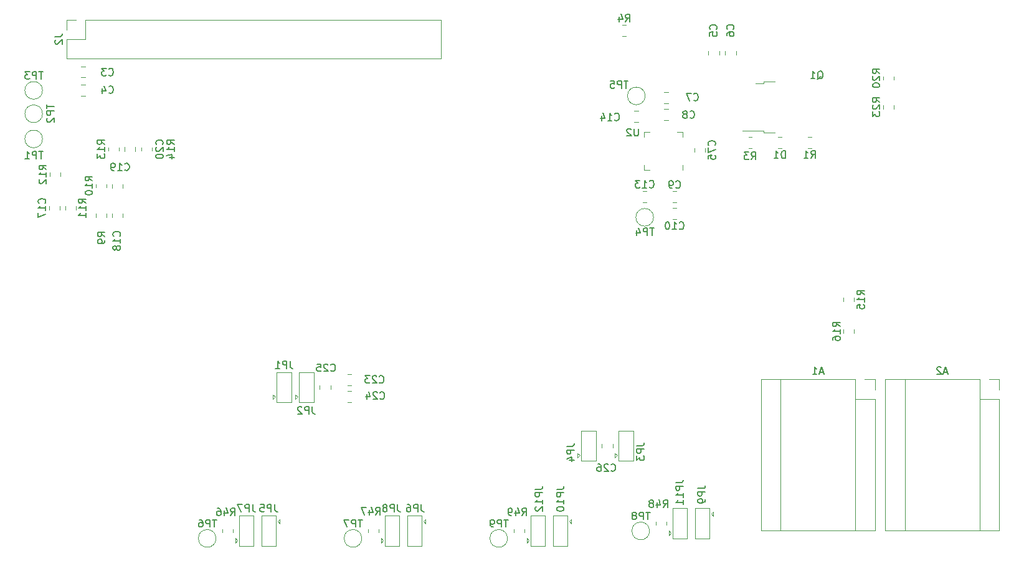
<source format=gbr>
%TF.GenerationSoftware,KiCad,Pcbnew,(6.0.7)*%
%TF.CreationDate,2022-11-14T00:19:26-05:00*%
%TF.ProjectId,MASA_Rover_1.0,4d415341-5f52-46f7-9665-725f312e302e,rev?*%
%TF.SameCoordinates,Original*%
%TF.FileFunction,Legend,Bot*%
%TF.FilePolarity,Positive*%
%FSLAX46Y46*%
G04 Gerber Fmt 4.6, Leading zero omitted, Abs format (unit mm)*
G04 Created by KiCad (PCBNEW (6.0.7)) date 2022-11-14 00:19:26*
%MOMM*%
%LPD*%
G01*
G04 APERTURE LIST*
%ADD10C,0.150000*%
%ADD11C,0.120000*%
G04 APERTURE END LIST*
D10*
%TO.C,TP7*%
X83523904Y-124424380D02*
X82952476Y-124424380D01*
X83238190Y-125424380D02*
X83238190Y-124424380D01*
X82619142Y-125424380D02*
X82619142Y-124424380D01*
X82238190Y-124424380D01*
X82142952Y-124472000D01*
X82095333Y-124519619D01*
X82047714Y-124614857D01*
X82047714Y-124757714D01*
X82095333Y-124852952D01*
X82142952Y-124900571D01*
X82238190Y-124948190D01*
X82619142Y-124948190D01*
X81714380Y-124424380D02*
X81047714Y-124424380D01*
X81476285Y-125424380D01*
%TO.C,C19*%
X51242857Y-76857142D02*
X51290476Y-76904761D01*
X51433333Y-76952380D01*
X51528571Y-76952380D01*
X51671428Y-76904761D01*
X51766666Y-76809523D01*
X51814285Y-76714285D01*
X51861904Y-76523809D01*
X51861904Y-76380952D01*
X51814285Y-76190476D01*
X51766666Y-76095238D01*
X51671428Y-76000000D01*
X51528571Y-75952380D01*
X51433333Y-75952380D01*
X51290476Y-76000000D01*
X51242857Y-76047619D01*
X50290476Y-76952380D02*
X50861904Y-76952380D01*
X50576190Y-76952380D02*
X50576190Y-75952380D01*
X50671428Y-76095238D01*
X50766666Y-76190476D01*
X50861904Y-76238095D01*
X49814285Y-76952380D02*
X49623809Y-76952380D01*
X49528571Y-76904761D01*
X49480952Y-76857142D01*
X49385714Y-76714285D01*
X49338095Y-76523809D01*
X49338095Y-76142857D01*
X49385714Y-76047619D01*
X49433333Y-76000000D01*
X49528571Y-75952380D01*
X49719047Y-75952380D01*
X49814285Y-76000000D01*
X49861904Y-76047619D01*
X49909523Y-76142857D01*
X49909523Y-76380952D01*
X49861904Y-76476190D01*
X49814285Y-76523809D01*
X49719047Y-76571428D01*
X49528571Y-76571428D01*
X49433333Y-76523809D01*
X49385714Y-76476190D01*
X49338095Y-76380952D01*
%TO.C,C18*%
X50557142Y-85857142D02*
X50604761Y-85809523D01*
X50652380Y-85666666D01*
X50652380Y-85571428D01*
X50604761Y-85428571D01*
X50509523Y-85333333D01*
X50414285Y-85285714D01*
X50223809Y-85238095D01*
X50080952Y-85238095D01*
X49890476Y-85285714D01*
X49795238Y-85333333D01*
X49700000Y-85428571D01*
X49652380Y-85571428D01*
X49652380Y-85666666D01*
X49700000Y-85809523D01*
X49747619Y-85857142D01*
X50652380Y-86809523D02*
X50652380Y-86238095D01*
X50652380Y-86523809D02*
X49652380Y-86523809D01*
X49795238Y-86428571D01*
X49890476Y-86333333D01*
X49938095Y-86238095D01*
X50080952Y-87380952D02*
X50033333Y-87285714D01*
X49985714Y-87238095D01*
X49890476Y-87190476D01*
X49842857Y-87190476D01*
X49747619Y-87238095D01*
X49700000Y-87285714D01*
X49652380Y-87380952D01*
X49652380Y-87571428D01*
X49700000Y-87666666D01*
X49747619Y-87714285D01*
X49842857Y-87761904D01*
X49890476Y-87761904D01*
X49985714Y-87714285D01*
X50033333Y-87666666D01*
X50080952Y-87571428D01*
X50080952Y-87380952D01*
X50128571Y-87285714D01*
X50176190Y-87238095D01*
X50271428Y-87190476D01*
X50461904Y-87190476D01*
X50557142Y-87238095D01*
X50604761Y-87285714D01*
X50652380Y-87380952D01*
X50652380Y-87571428D01*
X50604761Y-87666666D01*
X50557142Y-87714285D01*
X50461904Y-87761904D01*
X50271428Y-87761904D01*
X50176190Y-87714285D01*
X50128571Y-87666666D01*
X50080952Y-87571428D01*
%TO.C,TP8*%
X122639904Y-123408380D02*
X122068476Y-123408380D01*
X122354190Y-124408380D02*
X122354190Y-123408380D01*
X121735142Y-124408380D02*
X121735142Y-123408380D01*
X121354190Y-123408380D01*
X121258952Y-123456000D01*
X121211333Y-123503619D01*
X121163714Y-123598857D01*
X121163714Y-123741714D01*
X121211333Y-123836952D01*
X121258952Y-123884571D01*
X121354190Y-123932190D01*
X121735142Y-123932190D01*
X120592285Y-123836952D02*
X120687523Y-123789333D01*
X120735142Y-123741714D01*
X120782761Y-123646476D01*
X120782761Y-123598857D01*
X120735142Y-123503619D01*
X120687523Y-123456000D01*
X120592285Y-123408380D01*
X120401809Y-123408380D01*
X120306571Y-123456000D01*
X120258952Y-123503619D01*
X120211333Y-123598857D01*
X120211333Y-123646476D01*
X120258952Y-123741714D01*
X120306571Y-123789333D01*
X120401809Y-123836952D01*
X120592285Y-123836952D01*
X120687523Y-123884571D01*
X120735142Y-123932190D01*
X120782761Y-124027428D01*
X120782761Y-124217904D01*
X120735142Y-124313142D01*
X120687523Y-124360761D01*
X120592285Y-124408380D01*
X120401809Y-124408380D01*
X120306571Y-124360761D01*
X120258952Y-124313142D01*
X120211333Y-124217904D01*
X120211333Y-124027428D01*
X120258952Y-123932190D01*
X120306571Y-123884571D01*
X120401809Y-123836952D01*
%TO.C,TP5*%
X119661904Y-64752380D02*
X119090476Y-64752380D01*
X119376190Y-65752380D02*
X119376190Y-64752380D01*
X118757142Y-65752380D02*
X118757142Y-64752380D01*
X118376190Y-64752380D01*
X118280952Y-64800000D01*
X118233333Y-64847619D01*
X118185714Y-64942857D01*
X118185714Y-65085714D01*
X118233333Y-65180952D01*
X118280952Y-65228571D01*
X118376190Y-65276190D01*
X118757142Y-65276190D01*
X117280952Y-64752380D02*
X117757142Y-64752380D01*
X117804761Y-65228571D01*
X117757142Y-65180952D01*
X117661904Y-65133333D01*
X117423809Y-65133333D01*
X117328571Y-65180952D01*
X117280952Y-65228571D01*
X117233333Y-65323809D01*
X117233333Y-65561904D01*
X117280952Y-65657142D01*
X117328571Y-65704761D01*
X117423809Y-65752380D01*
X117661904Y-65752380D01*
X117757142Y-65704761D01*
X117804761Y-65657142D01*
%TO.C,R47*%
X85342857Y-123752380D02*
X85676190Y-123276190D01*
X85914285Y-123752380D02*
X85914285Y-122752380D01*
X85533333Y-122752380D01*
X85438095Y-122800000D01*
X85390476Y-122847619D01*
X85342857Y-122942857D01*
X85342857Y-123085714D01*
X85390476Y-123180952D01*
X85438095Y-123228571D01*
X85533333Y-123276190D01*
X85914285Y-123276190D01*
X84485714Y-123085714D02*
X84485714Y-123752380D01*
X84723809Y-122704761D02*
X84961904Y-123419047D01*
X84342857Y-123419047D01*
X84057142Y-122752380D02*
X83390476Y-122752380D01*
X83819047Y-123752380D01*
%TO.C,C13*%
X122562857Y-79195142D02*
X122610476Y-79242761D01*
X122753333Y-79290380D01*
X122848571Y-79290380D01*
X122991428Y-79242761D01*
X123086666Y-79147523D01*
X123134285Y-79052285D01*
X123181904Y-78861809D01*
X123181904Y-78718952D01*
X123134285Y-78528476D01*
X123086666Y-78433238D01*
X122991428Y-78338000D01*
X122848571Y-78290380D01*
X122753333Y-78290380D01*
X122610476Y-78338000D01*
X122562857Y-78385619D01*
X121610476Y-79290380D02*
X122181904Y-79290380D01*
X121896190Y-79290380D02*
X121896190Y-78290380D01*
X121991428Y-78433238D01*
X122086666Y-78528476D01*
X122181904Y-78576095D01*
X121277142Y-78290380D02*
X120658095Y-78290380D01*
X120991428Y-78671333D01*
X120848571Y-78671333D01*
X120753333Y-78718952D01*
X120705714Y-78766571D01*
X120658095Y-78861809D01*
X120658095Y-79099904D01*
X120705714Y-79195142D01*
X120753333Y-79242761D01*
X120848571Y-79290380D01*
X121134285Y-79290380D01*
X121229523Y-79242761D01*
X121277142Y-79195142D01*
%TO.C,R14*%
X57952380Y-73398142D02*
X57476190Y-73064809D01*
X57952380Y-72826714D02*
X56952380Y-72826714D01*
X56952380Y-73207666D01*
X57000000Y-73302904D01*
X57047619Y-73350523D01*
X57142857Y-73398142D01*
X57285714Y-73398142D01*
X57380952Y-73350523D01*
X57428571Y-73302904D01*
X57476190Y-73207666D01*
X57476190Y-72826714D01*
X57952380Y-74350523D02*
X57952380Y-73779095D01*
X57952380Y-74064809D02*
X56952380Y-74064809D01*
X57095238Y-73969571D01*
X57190476Y-73874333D01*
X57238095Y-73779095D01*
X57285714Y-75207666D02*
X57952380Y-75207666D01*
X56904761Y-74969571D02*
X57619047Y-74731476D01*
X57619047Y-75350523D01*
%TO.C,R46*%
X65642857Y-123852380D02*
X65976190Y-123376190D01*
X66214285Y-123852380D02*
X66214285Y-122852380D01*
X65833333Y-122852380D01*
X65738095Y-122900000D01*
X65690476Y-122947619D01*
X65642857Y-123042857D01*
X65642857Y-123185714D01*
X65690476Y-123280952D01*
X65738095Y-123328571D01*
X65833333Y-123376190D01*
X66214285Y-123376190D01*
X64785714Y-123185714D02*
X64785714Y-123852380D01*
X65023809Y-122804761D02*
X65261904Y-123519047D01*
X64642857Y-123519047D01*
X63833333Y-122852380D02*
X64023809Y-122852380D01*
X64119047Y-122900000D01*
X64166666Y-122947619D01*
X64261904Y-123090476D01*
X64309523Y-123280952D01*
X64309523Y-123661904D01*
X64261904Y-123757142D01*
X64214285Y-123804761D01*
X64119047Y-123852380D01*
X63928571Y-123852380D01*
X63833333Y-123804761D01*
X63785714Y-123757142D01*
X63738095Y-123661904D01*
X63738095Y-123423809D01*
X63785714Y-123328571D01*
X63833333Y-123280952D01*
X63928571Y-123233333D01*
X64119047Y-123233333D01*
X64214285Y-123280952D01*
X64261904Y-123328571D01*
X64309523Y-123423809D01*
%TO.C,R4*%
X119292666Y-56714380D02*
X119626000Y-56238190D01*
X119864095Y-56714380D02*
X119864095Y-55714380D01*
X119483142Y-55714380D01*
X119387904Y-55762000D01*
X119340285Y-55809619D01*
X119292666Y-55904857D01*
X119292666Y-56047714D01*
X119340285Y-56142952D01*
X119387904Y-56190571D01*
X119483142Y-56238190D01*
X119864095Y-56238190D01*
X118435523Y-56047714D02*
X118435523Y-56714380D01*
X118673619Y-55666761D02*
X118911714Y-56381047D01*
X118292666Y-56381047D01*
%TO.C,C25*%
X79242857Y-104157142D02*
X79290476Y-104204761D01*
X79433333Y-104252380D01*
X79528571Y-104252380D01*
X79671428Y-104204761D01*
X79766666Y-104109523D01*
X79814285Y-104014285D01*
X79861904Y-103823809D01*
X79861904Y-103680952D01*
X79814285Y-103490476D01*
X79766666Y-103395238D01*
X79671428Y-103300000D01*
X79528571Y-103252380D01*
X79433333Y-103252380D01*
X79290476Y-103300000D01*
X79242857Y-103347619D01*
X78861904Y-103347619D02*
X78814285Y-103300000D01*
X78719047Y-103252380D01*
X78480952Y-103252380D01*
X78385714Y-103300000D01*
X78338095Y-103347619D01*
X78290476Y-103442857D01*
X78290476Y-103538095D01*
X78338095Y-103680952D01*
X78909523Y-104252380D01*
X78290476Y-104252380D01*
X77385714Y-103252380D02*
X77861904Y-103252380D01*
X77909523Y-103728571D01*
X77861904Y-103680952D01*
X77766666Y-103633333D01*
X77528571Y-103633333D01*
X77433333Y-103680952D01*
X77385714Y-103728571D01*
X77338095Y-103823809D01*
X77338095Y-104061904D01*
X77385714Y-104157142D01*
X77433333Y-104204761D01*
X77528571Y-104252380D01*
X77766666Y-104252380D01*
X77861904Y-104204761D01*
X77909523Y-104157142D01*
%TO.C,R23*%
X153869380Y-67667142D02*
X153393190Y-67333809D01*
X153869380Y-67095714D02*
X152869380Y-67095714D01*
X152869380Y-67476666D01*
X152917000Y-67571904D01*
X152964619Y-67619523D01*
X153059857Y-67667142D01*
X153202714Y-67667142D01*
X153297952Y-67619523D01*
X153345571Y-67571904D01*
X153393190Y-67476666D01*
X153393190Y-67095714D01*
X152964619Y-68048095D02*
X152917000Y-68095714D01*
X152869380Y-68190952D01*
X152869380Y-68429047D01*
X152917000Y-68524285D01*
X152964619Y-68571904D01*
X153059857Y-68619523D01*
X153155095Y-68619523D01*
X153297952Y-68571904D01*
X153869380Y-68000476D01*
X153869380Y-68619523D01*
X152869380Y-68952857D02*
X152869380Y-69571904D01*
X153250333Y-69238571D01*
X153250333Y-69381428D01*
X153297952Y-69476666D01*
X153345571Y-69524285D01*
X153440809Y-69571904D01*
X153678904Y-69571904D01*
X153774142Y-69524285D01*
X153821761Y-69476666D01*
X153869380Y-69381428D01*
X153869380Y-69095714D01*
X153821761Y-69000476D01*
X153774142Y-68952857D01*
%TO.C,JP6*%
X91533333Y-122352380D02*
X91533333Y-123066666D01*
X91580952Y-123209523D01*
X91676190Y-123304761D01*
X91819047Y-123352380D01*
X91914285Y-123352380D01*
X91057142Y-123352380D02*
X91057142Y-122352380D01*
X90676190Y-122352380D01*
X90580952Y-122400000D01*
X90533333Y-122447619D01*
X90485714Y-122542857D01*
X90485714Y-122685714D01*
X90533333Y-122780952D01*
X90580952Y-122828571D01*
X90676190Y-122876190D01*
X91057142Y-122876190D01*
X89628571Y-122352380D02*
X89819047Y-122352380D01*
X89914285Y-122400000D01*
X89961904Y-122447619D01*
X90057142Y-122590476D01*
X90104761Y-122780952D01*
X90104761Y-123161904D01*
X90057142Y-123257142D01*
X90009523Y-123304761D01*
X89914285Y-123352380D01*
X89723809Y-123352380D01*
X89628571Y-123304761D01*
X89580952Y-123257142D01*
X89533333Y-123161904D01*
X89533333Y-122923809D01*
X89580952Y-122828571D01*
X89628571Y-122780952D01*
X89723809Y-122733333D01*
X89914285Y-122733333D01*
X90009523Y-122780952D01*
X90057142Y-122828571D01*
X90104761Y-122923809D01*
%TO.C,JP2*%
X76733333Y-109052380D02*
X76733333Y-109766666D01*
X76780952Y-109909523D01*
X76876190Y-110004761D01*
X77019047Y-110052380D01*
X77114285Y-110052380D01*
X76257142Y-110052380D02*
X76257142Y-109052380D01*
X75876190Y-109052380D01*
X75780952Y-109100000D01*
X75733333Y-109147619D01*
X75685714Y-109242857D01*
X75685714Y-109385714D01*
X75733333Y-109480952D01*
X75780952Y-109528571D01*
X75876190Y-109576190D01*
X76257142Y-109576190D01*
X75304761Y-109147619D02*
X75257142Y-109100000D01*
X75161904Y-109052380D01*
X74923809Y-109052380D01*
X74828571Y-109100000D01*
X74780952Y-109147619D01*
X74733333Y-109242857D01*
X74733333Y-109338095D01*
X74780952Y-109480952D01*
X75352380Y-110052380D01*
X74733333Y-110052380D01*
%TO.C,R9*%
X48552380Y-85933333D02*
X48076190Y-85600000D01*
X48552380Y-85361904D02*
X47552380Y-85361904D01*
X47552380Y-85742857D01*
X47600000Y-85838095D01*
X47647619Y-85885714D01*
X47742857Y-85933333D01*
X47885714Y-85933333D01*
X47980952Y-85885714D01*
X48028571Y-85838095D01*
X48076190Y-85742857D01*
X48076190Y-85361904D01*
X48552380Y-86409523D02*
X48552380Y-86600000D01*
X48504761Y-86695238D01*
X48457142Y-86742857D01*
X48314285Y-86838095D01*
X48123809Y-86885714D01*
X47742857Y-86885714D01*
X47647619Y-86838095D01*
X47600000Y-86790476D01*
X47552380Y-86695238D01*
X47552380Y-86504761D01*
X47600000Y-86409523D01*
X47647619Y-86361904D01*
X47742857Y-86314285D01*
X47980952Y-86314285D01*
X48076190Y-86361904D01*
X48123809Y-86409523D01*
X48171428Y-86504761D01*
X48171428Y-86695238D01*
X48123809Y-86790476D01*
X48076190Y-86838095D01*
X47980952Y-86885714D01*
%TO.C,R49*%
X105242857Y-123852380D02*
X105576190Y-123376190D01*
X105814285Y-123852380D02*
X105814285Y-122852380D01*
X105433333Y-122852380D01*
X105338095Y-122900000D01*
X105290476Y-122947619D01*
X105242857Y-123042857D01*
X105242857Y-123185714D01*
X105290476Y-123280952D01*
X105338095Y-123328571D01*
X105433333Y-123376190D01*
X105814285Y-123376190D01*
X104385714Y-123185714D02*
X104385714Y-123852380D01*
X104623809Y-122804761D02*
X104861904Y-123519047D01*
X104242857Y-123519047D01*
X103814285Y-123852380D02*
X103623809Y-123852380D01*
X103528571Y-123804761D01*
X103480952Y-123757142D01*
X103385714Y-123614285D01*
X103338095Y-123423809D01*
X103338095Y-123042857D01*
X103385714Y-122947619D01*
X103433333Y-122900000D01*
X103528571Y-122852380D01*
X103719047Y-122852380D01*
X103814285Y-122900000D01*
X103861904Y-122947619D01*
X103909523Y-123042857D01*
X103909523Y-123280952D01*
X103861904Y-123376190D01*
X103814285Y-123423809D01*
X103719047Y-123471428D01*
X103528571Y-123471428D01*
X103433333Y-123423809D01*
X103385714Y-123376190D01*
X103338095Y-123280952D01*
%TO.C,TP4*%
X123181904Y-84762380D02*
X122610476Y-84762380D01*
X122896190Y-85762380D02*
X122896190Y-84762380D01*
X122277142Y-85762380D02*
X122277142Y-84762380D01*
X121896190Y-84762380D01*
X121800952Y-84810000D01*
X121753333Y-84857619D01*
X121705714Y-84952857D01*
X121705714Y-85095714D01*
X121753333Y-85190952D01*
X121800952Y-85238571D01*
X121896190Y-85286190D01*
X122277142Y-85286190D01*
X120848571Y-85095714D02*
X120848571Y-85762380D01*
X121086666Y-84714761D02*
X121324761Y-85429047D01*
X120705714Y-85429047D01*
%TO.C,R13*%
X48522880Y-73398142D02*
X48046690Y-73064809D01*
X48522880Y-72826714D02*
X47522880Y-72826714D01*
X47522880Y-73207666D01*
X47570500Y-73302904D01*
X47618119Y-73350523D01*
X47713357Y-73398142D01*
X47856214Y-73398142D01*
X47951452Y-73350523D01*
X47999071Y-73302904D01*
X48046690Y-73207666D01*
X48046690Y-72826714D01*
X48522880Y-74350523D02*
X48522880Y-73779095D01*
X48522880Y-74064809D02*
X47522880Y-74064809D01*
X47665738Y-73969571D01*
X47760976Y-73874333D01*
X47808595Y-73779095D01*
X47522880Y-74683857D02*
X47522880Y-75302904D01*
X47903833Y-74969571D01*
X47903833Y-75112428D01*
X47951452Y-75207666D01*
X47999071Y-75255285D01*
X48094309Y-75302904D01*
X48332404Y-75302904D01*
X48427642Y-75255285D01*
X48475261Y-75207666D01*
X48522880Y-75112428D01*
X48522880Y-74826714D01*
X48475261Y-74731476D01*
X48427642Y-74683857D01*
%TO.C,C14*%
X117842857Y-70057142D02*
X117890476Y-70104761D01*
X118033333Y-70152380D01*
X118128571Y-70152380D01*
X118271428Y-70104761D01*
X118366666Y-70009523D01*
X118414285Y-69914285D01*
X118461904Y-69723809D01*
X118461904Y-69580952D01*
X118414285Y-69390476D01*
X118366666Y-69295238D01*
X118271428Y-69200000D01*
X118128571Y-69152380D01*
X118033333Y-69152380D01*
X117890476Y-69200000D01*
X117842857Y-69247619D01*
X116890476Y-70152380D02*
X117461904Y-70152380D01*
X117176190Y-70152380D02*
X117176190Y-69152380D01*
X117271428Y-69295238D01*
X117366666Y-69390476D01*
X117461904Y-69438095D01*
X116033333Y-69485714D02*
X116033333Y-70152380D01*
X116271428Y-69104761D02*
X116509523Y-69819047D01*
X115890476Y-69819047D01*
%TO.C,JP4*%
X111352380Y-114466666D02*
X112066666Y-114466666D01*
X112209523Y-114419047D01*
X112304761Y-114323809D01*
X112352380Y-114180952D01*
X112352380Y-114085714D01*
X112352380Y-114942857D02*
X111352380Y-114942857D01*
X111352380Y-115323809D01*
X111400000Y-115419047D01*
X111447619Y-115466666D01*
X111542857Y-115514285D01*
X111685714Y-115514285D01*
X111780952Y-115466666D01*
X111828571Y-115419047D01*
X111876190Y-115323809D01*
X111876190Y-114942857D01*
X111685714Y-116371428D02*
X112352380Y-116371428D01*
X111304761Y-116133333D02*
X112019047Y-115895238D01*
X112019047Y-116514285D01*
%TO.C,R15*%
X151771880Y-93845142D02*
X151295690Y-93511809D01*
X151771880Y-93273714D02*
X150771880Y-93273714D01*
X150771880Y-93654666D01*
X150819500Y-93749904D01*
X150867119Y-93797523D01*
X150962357Y-93845142D01*
X151105214Y-93845142D01*
X151200452Y-93797523D01*
X151248071Y-93749904D01*
X151295690Y-93654666D01*
X151295690Y-93273714D01*
X151771880Y-94797523D02*
X151771880Y-94226095D01*
X151771880Y-94511809D02*
X150771880Y-94511809D01*
X150914738Y-94416571D01*
X151009976Y-94321333D01*
X151057595Y-94226095D01*
X150771880Y-95702285D02*
X150771880Y-95226095D01*
X151248071Y-95178476D01*
X151200452Y-95226095D01*
X151152833Y-95321333D01*
X151152833Y-95559428D01*
X151200452Y-95654666D01*
X151248071Y-95702285D01*
X151343309Y-95749904D01*
X151581404Y-95749904D01*
X151676642Y-95702285D01*
X151724261Y-95654666D01*
X151771880Y-95559428D01*
X151771880Y-95321333D01*
X151724261Y-95226095D01*
X151676642Y-95178476D01*
%TO.C,C7*%
X128566666Y-67357142D02*
X128614285Y-67404761D01*
X128757142Y-67452380D01*
X128852380Y-67452380D01*
X128995238Y-67404761D01*
X129090476Y-67309523D01*
X129138095Y-67214285D01*
X129185714Y-67023809D01*
X129185714Y-66880952D01*
X129138095Y-66690476D01*
X129090476Y-66595238D01*
X128995238Y-66500000D01*
X128852380Y-66452380D01*
X128757142Y-66452380D01*
X128614285Y-66500000D01*
X128566666Y-66547619D01*
X128233333Y-66452380D02*
X127566666Y-66452380D01*
X127995238Y-67452380D01*
%TO.C,JP10*%
X109952380Y-120290476D02*
X110666666Y-120290476D01*
X110809523Y-120242857D01*
X110904761Y-120147619D01*
X110952380Y-120004761D01*
X110952380Y-119909523D01*
X110952380Y-120766666D02*
X109952380Y-120766666D01*
X109952380Y-121147619D01*
X110000000Y-121242857D01*
X110047619Y-121290476D01*
X110142857Y-121338095D01*
X110285714Y-121338095D01*
X110380952Y-121290476D01*
X110428571Y-121242857D01*
X110476190Y-121147619D01*
X110476190Y-120766666D01*
X110952380Y-122290476D02*
X110952380Y-121719047D01*
X110952380Y-122004761D02*
X109952380Y-122004761D01*
X110095238Y-121909523D01*
X110190476Y-121814285D01*
X110238095Y-121719047D01*
X109952380Y-122909523D02*
X109952380Y-123004761D01*
X110000000Y-123100000D01*
X110047619Y-123147619D01*
X110142857Y-123195238D01*
X110333333Y-123242857D01*
X110571428Y-123242857D01*
X110761904Y-123195238D01*
X110857142Y-123147619D01*
X110904761Y-123100000D01*
X110952380Y-123004761D01*
X110952380Y-122909523D01*
X110904761Y-122814285D01*
X110857142Y-122766666D01*
X110761904Y-122719047D01*
X110571428Y-122671428D01*
X110333333Y-122671428D01*
X110142857Y-122719047D01*
X110047619Y-122766666D01*
X110000000Y-122814285D01*
X109952380Y-122909523D01*
%TO.C,J2*%
X41757380Y-58748166D02*
X42471666Y-58748166D01*
X42614523Y-58700547D01*
X42709761Y-58605309D01*
X42757380Y-58462452D01*
X42757380Y-58367214D01*
X41852619Y-59176738D02*
X41805000Y-59224357D01*
X41757380Y-59319595D01*
X41757380Y-59557690D01*
X41805000Y-59652928D01*
X41852619Y-59700547D01*
X41947857Y-59748166D01*
X42043095Y-59748166D01*
X42185952Y-59700547D01*
X42757380Y-59129119D01*
X42757380Y-59748166D01*
%TO.C,C23*%
X85842857Y-105757142D02*
X85890476Y-105804761D01*
X86033333Y-105852380D01*
X86128571Y-105852380D01*
X86271428Y-105804761D01*
X86366666Y-105709523D01*
X86414285Y-105614285D01*
X86461904Y-105423809D01*
X86461904Y-105280952D01*
X86414285Y-105090476D01*
X86366666Y-104995238D01*
X86271428Y-104900000D01*
X86128571Y-104852380D01*
X86033333Y-104852380D01*
X85890476Y-104900000D01*
X85842857Y-104947619D01*
X85461904Y-104947619D02*
X85414285Y-104900000D01*
X85319047Y-104852380D01*
X85080952Y-104852380D01*
X84985714Y-104900000D01*
X84938095Y-104947619D01*
X84890476Y-105042857D01*
X84890476Y-105138095D01*
X84938095Y-105280952D01*
X85509523Y-105852380D01*
X84890476Y-105852380D01*
X84557142Y-104852380D02*
X83938095Y-104852380D01*
X84271428Y-105233333D01*
X84128571Y-105233333D01*
X84033333Y-105280952D01*
X83985714Y-105328571D01*
X83938095Y-105423809D01*
X83938095Y-105661904D01*
X83985714Y-105757142D01*
X84033333Y-105804761D01*
X84128571Y-105852380D01*
X84414285Y-105852380D01*
X84509523Y-105804761D01*
X84557142Y-105757142D01*
%TO.C,U2*%
X121061904Y-71252380D02*
X121061904Y-72061904D01*
X121014285Y-72157142D01*
X120966666Y-72204761D01*
X120871428Y-72252380D01*
X120680952Y-72252380D01*
X120585714Y-72204761D01*
X120538095Y-72157142D01*
X120490476Y-72061904D01*
X120490476Y-71252380D01*
X120061904Y-71347619D02*
X120014285Y-71300000D01*
X119919047Y-71252380D01*
X119680952Y-71252380D01*
X119585714Y-71300000D01*
X119538095Y-71347619D01*
X119490476Y-71442857D01*
X119490476Y-71538095D01*
X119538095Y-71680952D01*
X120109523Y-72252380D01*
X119490476Y-72252380D01*
%TO.C,TP2*%
X40652380Y-67962595D02*
X40652380Y-68534023D01*
X41652380Y-68248309D02*
X40652380Y-68248309D01*
X41652380Y-68867357D02*
X40652380Y-68867357D01*
X40652380Y-69248309D01*
X40700000Y-69343547D01*
X40747619Y-69391166D01*
X40842857Y-69438785D01*
X40985714Y-69438785D01*
X41080952Y-69391166D01*
X41128571Y-69343547D01*
X41176190Y-69248309D01*
X41176190Y-68867357D01*
X40747619Y-69819738D02*
X40700000Y-69867357D01*
X40652380Y-69962595D01*
X40652380Y-70200690D01*
X40700000Y-70295928D01*
X40747619Y-70343547D01*
X40842857Y-70391166D01*
X40938095Y-70391166D01*
X41080952Y-70343547D01*
X41652380Y-69772119D01*
X41652380Y-70391166D01*
%TO.C,JP5*%
X71633333Y-122352380D02*
X71633333Y-123066666D01*
X71680952Y-123209523D01*
X71776190Y-123304761D01*
X71919047Y-123352380D01*
X72014285Y-123352380D01*
X71157142Y-123352380D02*
X71157142Y-122352380D01*
X70776190Y-122352380D01*
X70680952Y-122400000D01*
X70633333Y-122447619D01*
X70585714Y-122542857D01*
X70585714Y-122685714D01*
X70633333Y-122780952D01*
X70680952Y-122828571D01*
X70776190Y-122876190D01*
X71157142Y-122876190D01*
X69680952Y-122352380D02*
X70157142Y-122352380D01*
X70204761Y-122828571D01*
X70157142Y-122780952D01*
X70061904Y-122733333D01*
X69823809Y-122733333D01*
X69728571Y-122780952D01*
X69680952Y-122828571D01*
X69633333Y-122923809D01*
X69633333Y-123161904D01*
X69680952Y-123257142D01*
X69728571Y-123304761D01*
X69823809Y-123352380D01*
X70061904Y-123352380D01*
X70157142Y-123304761D01*
X70204761Y-123257142D01*
%TO.C,TP9*%
X103335904Y-124424380D02*
X102764476Y-124424380D01*
X103050190Y-125424380D02*
X103050190Y-124424380D01*
X102431142Y-125424380D02*
X102431142Y-124424380D01*
X102050190Y-124424380D01*
X101954952Y-124472000D01*
X101907333Y-124519619D01*
X101859714Y-124614857D01*
X101859714Y-124757714D01*
X101907333Y-124852952D01*
X101954952Y-124900571D01*
X102050190Y-124948190D01*
X102431142Y-124948190D01*
X101383523Y-125424380D02*
X101193047Y-125424380D01*
X101097809Y-125376761D01*
X101050190Y-125329142D01*
X100954952Y-125186285D01*
X100907333Y-124995809D01*
X100907333Y-124614857D01*
X100954952Y-124519619D01*
X101002571Y-124472000D01*
X101097809Y-124424380D01*
X101288285Y-124424380D01*
X101383523Y-124472000D01*
X101431142Y-124519619D01*
X101478761Y-124614857D01*
X101478761Y-124852952D01*
X101431142Y-124948190D01*
X101383523Y-124995809D01*
X101288285Y-125043428D01*
X101097809Y-125043428D01*
X101002571Y-124995809D01*
X100954952Y-124948190D01*
X100907333Y-124852952D01*
%TO.C,C26*%
X117342857Y-117757142D02*
X117390476Y-117804761D01*
X117533333Y-117852380D01*
X117628571Y-117852380D01*
X117771428Y-117804761D01*
X117866666Y-117709523D01*
X117914285Y-117614285D01*
X117961904Y-117423809D01*
X117961904Y-117280952D01*
X117914285Y-117090476D01*
X117866666Y-116995238D01*
X117771428Y-116900000D01*
X117628571Y-116852380D01*
X117533333Y-116852380D01*
X117390476Y-116900000D01*
X117342857Y-116947619D01*
X116961904Y-116947619D02*
X116914285Y-116900000D01*
X116819047Y-116852380D01*
X116580952Y-116852380D01*
X116485714Y-116900000D01*
X116438095Y-116947619D01*
X116390476Y-117042857D01*
X116390476Y-117138095D01*
X116438095Y-117280952D01*
X117009523Y-117852380D01*
X116390476Y-117852380D01*
X115533333Y-116852380D02*
X115723809Y-116852380D01*
X115819047Y-116900000D01*
X115866666Y-116947619D01*
X115961904Y-117090476D01*
X116009523Y-117280952D01*
X116009523Y-117661904D01*
X115961904Y-117757142D01*
X115914285Y-117804761D01*
X115819047Y-117852380D01*
X115628571Y-117852380D01*
X115533333Y-117804761D01*
X115485714Y-117757142D01*
X115438095Y-117661904D01*
X115438095Y-117423809D01*
X115485714Y-117328571D01*
X115533333Y-117280952D01*
X115628571Y-117233333D01*
X115819047Y-117233333D01*
X115914285Y-117280952D01*
X115961904Y-117328571D01*
X116009523Y-117423809D01*
%TO.C,JP7*%
X68633333Y-122352380D02*
X68633333Y-123066666D01*
X68680952Y-123209523D01*
X68776190Y-123304761D01*
X68919047Y-123352380D01*
X69014285Y-123352380D01*
X68157142Y-123352380D02*
X68157142Y-122352380D01*
X67776190Y-122352380D01*
X67680952Y-122400000D01*
X67633333Y-122447619D01*
X67585714Y-122542857D01*
X67585714Y-122685714D01*
X67633333Y-122780952D01*
X67680952Y-122828571D01*
X67776190Y-122876190D01*
X68157142Y-122876190D01*
X67252380Y-122352380D02*
X66585714Y-122352380D01*
X67014285Y-123352380D01*
%TO.C,TP1*%
X40123904Y-74352380D02*
X39552476Y-74352380D01*
X39838190Y-75352380D02*
X39838190Y-74352380D01*
X39219142Y-75352380D02*
X39219142Y-74352380D01*
X38838190Y-74352380D01*
X38742952Y-74400000D01*
X38695333Y-74447619D01*
X38647714Y-74542857D01*
X38647714Y-74685714D01*
X38695333Y-74780952D01*
X38742952Y-74828571D01*
X38838190Y-74876190D01*
X39219142Y-74876190D01*
X37695333Y-75352380D02*
X38266761Y-75352380D01*
X37981047Y-75352380D02*
X37981047Y-74352380D01*
X38076285Y-74495238D01*
X38171523Y-74590476D01*
X38266761Y-74638095D01*
%TO.C,R20*%
X153869380Y-63730142D02*
X153393190Y-63396809D01*
X153869380Y-63158714D02*
X152869380Y-63158714D01*
X152869380Y-63539666D01*
X152917000Y-63634904D01*
X152964619Y-63682523D01*
X153059857Y-63730142D01*
X153202714Y-63730142D01*
X153297952Y-63682523D01*
X153345571Y-63634904D01*
X153393190Y-63539666D01*
X153393190Y-63158714D01*
X152964619Y-64111095D02*
X152917000Y-64158714D01*
X152869380Y-64253952D01*
X152869380Y-64492047D01*
X152917000Y-64587285D01*
X152964619Y-64634904D01*
X153059857Y-64682523D01*
X153155095Y-64682523D01*
X153297952Y-64634904D01*
X153869380Y-64063476D01*
X153869380Y-64682523D01*
X152869380Y-65301571D02*
X152869380Y-65396809D01*
X152917000Y-65492047D01*
X152964619Y-65539666D01*
X153059857Y-65587285D01*
X153250333Y-65634904D01*
X153488428Y-65634904D01*
X153678904Y-65587285D01*
X153774142Y-65539666D01*
X153821761Y-65492047D01*
X153869380Y-65396809D01*
X153869380Y-65301571D01*
X153821761Y-65206333D01*
X153774142Y-65158714D01*
X153678904Y-65111095D01*
X153488428Y-65063476D01*
X153250333Y-65063476D01*
X153059857Y-65111095D01*
X152964619Y-65158714D01*
X152917000Y-65206333D01*
X152869380Y-65301571D01*
%TO.C,C5*%
X131657142Y-57733333D02*
X131704761Y-57685714D01*
X131752380Y-57542857D01*
X131752380Y-57447619D01*
X131704761Y-57304761D01*
X131609523Y-57209523D01*
X131514285Y-57161904D01*
X131323809Y-57114285D01*
X131180952Y-57114285D01*
X130990476Y-57161904D01*
X130895238Y-57209523D01*
X130800000Y-57304761D01*
X130752380Y-57447619D01*
X130752380Y-57542857D01*
X130800000Y-57685714D01*
X130847619Y-57733333D01*
X130752380Y-58638095D02*
X130752380Y-58161904D01*
X131228571Y-58114285D01*
X131180952Y-58161904D01*
X131133333Y-58257142D01*
X131133333Y-58495238D01*
X131180952Y-58590476D01*
X131228571Y-58638095D01*
X131323809Y-58685714D01*
X131561904Y-58685714D01*
X131657142Y-58638095D01*
X131704761Y-58590476D01*
X131752380Y-58495238D01*
X131752380Y-58257142D01*
X131704761Y-58161904D01*
X131657142Y-58114285D01*
%TO.C,R12*%
X40585380Y-76827142D02*
X40109190Y-76493809D01*
X40585380Y-76255714D02*
X39585380Y-76255714D01*
X39585380Y-76636666D01*
X39633000Y-76731904D01*
X39680619Y-76779523D01*
X39775857Y-76827142D01*
X39918714Y-76827142D01*
X40013952Y-76779523D01*
X40061571Y-76731904D01*
X40109190Y-76636666D01*
X40109190Y-76255714D01*
X40585380Y-77779523D02*
X40585380Y-77208095D01*
X40585380Y-77493809D02*
X39585380Y-77493809D01*
X39728238Y-77398571D01*
X39823476Y-77303333D01*
X39871095Y-77208095D01*
X39680619Y-78160476D02*
X39633000Y-78208095D01*
X39585380Y-78303333D01*
X39585380Y-78541428D01*
X39633000Y-78636666D01*
X39680619Y-78684285D01*
X39775857Y-78731904D01*
X39871095Y-78731904D01*
X40013952Y-78684285D01*
X40585380Y-78112857D01*
X40585380Y-78731904D01*
%TO.C,C9*%
X126150666Y-79257142D02*
X126198285Y-79304761D01*
X126341142Y-79352380D01*
X126436380Y-79352380D01*
X126579238Y-79304761D01*
X126674476Y-79209523D01*
X126722095Y-79114285D01*
X126769714Y-78923809D01*
X126769714Y-78780952D01*
X126722095Y-78590476D01*
X126674476Y-78495238D01*
X126579238Y-78400000D01*
X126436380Y-78352380D01*
X126341142Y-78352380D01*
X126198285Y-78400000D01*
X126150666Y-78447619D01*
X125674476Y-79352380D02*
X125484000Y-79352380D01*
X125388761Y-79304761D01*
X125341142Y-79257142D01*
X125245904Y-79114285D01*
X125198285Y-78923809D01*
X125198285Y-78542857D01*
X125245904Y-78447619D01*
X125293523Y-78400000D01*
X125388761Y-78352380D01*
X125579238Y-78352380D01*
X125674476Y-78400000D01*
X125722095Y-78447619D01*
X125769714Y-78542857D01*
X125769714Y-78780952D01*
X125722095Y-78876190D01*
X125674476Y-78923809D01*
X125579238Y-78971428D01*
X125388761Y-78971428D01*
X125293523Y-78923809D01*
X125245904Y-78876190D01*
X125198285Y-78780952D01*
%TO.C,C4*%
X49066666Y-66357142D02*
X49114285Y-66404761D01*
X49257142Y-66452380D01*
X49352380Y-66452380D01*
X49495238Y-66404761D01*
X49590476Y-66309523D01*
X49638095Y-66214285D01*
X49685714Y-66023809D01*
X49685714Y-65880952D01*
X49638095Y-65690476D01*
X49590476Y-65595238D01*
X49495238Y-65500000D01*
X49352380Y-65452380D01*
X49257142Y-65452380D01*
X49114285Y-65500000D01*
X49066666Y-65547619D01*
X48209523Y-65785714D02*
X48209523Y-66452380D01*
X48447619Y-65404761D02*
X48685714Y-66119047D01*
X48066666Y-66119047D01*
%TO.C,C20*%
X56357142Y-73398142D02*
X56404761Y-73350523D01*
X56452380Y-73207666D01*
X56452380Y-73112428D01*
X56404761Y-72969571D01*
X56309523Y-72874333D01*
X56214285Y-72826714D01*
X56023809Y-72779095D01*
X55880952Y-72779095D01*
X55690476Y-72826714D01*
X55595238Y-72874333D01*
X55500000Y-72969571D01*
X55452380Y-73112428D01*
X55452380Y-73207666D01*
X55500000Y-73350523D01*
X55547619Y-73398142D01*
X55547619Y-73779095D02*
X55500000Y-73826714D01*
X55452380Y-73921952D01*
X55452380Y-74160047D01*
X55500000Y-74255285D01*
X55547619Y-74302904D01*
X55642857Y-74350523D01*
X55738095Y-74350523D01*
X55880952Y-74302904D01*
X56452380Y-73731476D01*
X56452380Y-74350523D01*
X55452380Y-74969571D02*
X55452380Y-75064809D01*
X55500000Y-75160047D01*
X55547619Y-75207666D01*
X55642857Y-75255285D01*
X55833333Y-75302904D01*
X56071428Y-75302904D01*
X56261904Y-75255285D01*
X56357142Y-75207666D01*
X56404761Y-75160047D01*
X56452380Y-75064809D01*
X56452380Y-74969571D01*
X56404761Y-74874333D01*
X56357142Y-74826714D01*
X56261904Y-74779095D01*
X56071428Y-74731476D01*
X55833333Y-74731476D01*
X55642857Y-74779095D01*
X55547619Y-74826714D01*
X55500000Y-74874333D01*
X55452380Y-74969571D01*
%TO.C,A1*%
X146182785Y-104370166D02*
X145706595Y-104370166D01*
X146278023Y-104655880D02*
X145944690Y-103655880D01*
X145611357Y-104655880D01*
X144754214Y-104655880D02*
X145325642Y-104655880D01*
X145039928Y-104655880D02*
X145039928Y-103655880D01*
X145135166Y-103798738D01*
X145230404Y-103893976D01*
X145325642Y-103941595D01*
%TO.C,R48*%
X124442857Y-122752380D02*
X124776190Y-122276190D01*
X125014285Y-122752380D02*
X125014285Y-121752380D01*
X124633333Y-121752380D01*
X124538095Y-121800000D01*
X124490476Y-121847619D01*
X124442857Y-121942857D01*
X124442857Y-122085714D01*
X124490476Y-122180952D01*
X124538095Y-122228571D01*
X124633333Y-122276190D01*
X125014285Y-122276190D01*
X123585714Y-122085714D02*
X123585714Y-122752380D01*
X123823809Y-121704761D02*
X124061904Y-122419047D01*
X123442857Y-122419047D01*
X122919047Y-122180952D02*
X123014285Y-122133333D01*
X123061904Y-122085714D01*
X123109523Y-121990476D01*
X123109523Y-121942857D01*
X123061904Y-121847619D01*
X123014285Y-121800000D01*
X122919047Y-121752380D01*
X122728571Y-121752380D01*
X122633333Y-121800000D01*
X122585714Y-121847619D01*
X122538095Y-121942857D01*
X122538095Y-121990476D01*
X122585714Y-122085714D01*
X122633333Y-122133333D01*
X122728571Y-122180952D01*
X122919047Y-122180952D01*
X123014285Y-122228571D01*
X123061904Y-122276190D01*
X123109523Y-122371428D01*
X123109523Y-122561904D01*
X123061904Y-122657142D01*
X123014285Y-122704761D01*
X122919047Y-122752380D01*
X122728571Y-122752380D01*
X122633333Y-122704761D01*
X122585714Y-122657142D01*
X122538095Y-122561904D01*
X122538095Y-122371428D01*
X122585714Y-122276190D01*
X122633333Y-122228571D01*
X122728571Y-122180952D01*
%TO.C,R16*%
X148471880Y-98163142D02*
X147995690Y-97829809D01*
X148471880Y-97591714D02*
X147471880Y-97591714D01*
X147471880Y-97972666D01*
X147519500Y-98067904D01*
X147567119Y-98115523D01*
X147662357Y-98163142D01*
X147805214Y-98163142D01*
X147900452Y-98115523D01*
X147948071Y-98067904D01*
X147995690Y-97972666D01*
X147995690Y-97591714D01*
X148471880Y-99115523D02*
X148471880Y-98544095D01*
X148471880Y-98829809D02*
X147471880Y-98829809D01*
X147614738Y-98734571D01*
X147709976Y-98639333D01*
X147757595Y-98544095D01*
X147471880Y-99972666D02*
X147471880Y-99782190D01*
X147519500Y-99686952D01*
X147567119Y-99639333D01*
X147709976Y-99544095D01*
X147900452Y-99496476D01*
X148281404Y-99496476D01*
X148376642Y-99544095D01*
X148424261Y-99591714D01*
X148471880Y-99686952D01*
X148471880Y-99877428D01*
X148424261Y-99972666D01*
X148376642Y-100020285D01*
X148281404Y-100067904D01*
X148043309Y-100067904D01*
X147948071Y-100020285D01*
X147900452Y-99972666D01*
X147852833Y-99877428D01*
X147852833Y-99686952D01*
X147900452Y-99591714D01*
X147948071Y-99544095D01*
X148043309Y-99496476D01*
%TO.C,JP1*%
X73733333Y-102852380D02*
X73733333Y-103566666D01*
X73780952Y-103709523D01*
X73876190Y-103804761D01*
X74019047Y-103852380D01*
X74114285Y-103852380D01*
X73257142Y-103852380D02*
X73257142Y-102852380D01*
X72876190Y-102852380D01*
X72780952Y-102900000D01*
X72733333Y-102947619D01*
X72685714Y-103042857D01*
X72685714Y-103185714D01*
X72733333Y-103280952D01*
X72780952Y-103328571D01*
X72876190Y-103376190D01*
X73257142Y-103376190D01*
X71733333Y-103852380D02*
X72304761Y-103852380D01*
X72019047Y-103852380D02*
X72019047Y-102852380D01*
X72114285Y-102995238D01*
X72209523Y-103090476D01*
X72304761Y-103138095D01*
%TO.C,TP3*%
X40123904Y-63503880D02*
X39552476Y-63503880D01*
X39838190Y-64503880D02*
X39838190Y-63503880D01*
X39219142Y-64503880D02*
X39219142Y-63503880D01*
X38838190Y-63503880D01*
X38742952Y-63551500D01*
X38695333Y-63599119D01*
X38647714Y-63694357D01*
X38647714Y-63837214D01*
X38695333Y-63932452D01*
X38742952Y-63980071D01*
X38838190Y-64027690D01*
X39219142Y-64027690D01*
X38314380Y-63503880D02*
X37695333Y-63503880D01*
X38028666Y-63884833D01*
X37885809Y-63884833D01*
X37790571Y-63932452D01*
X37742952Y-63980071D01*
X37695333Y-64075309D01*
X37695333Y-64313404D01*
X37742952Y-64408642D01*
X37790571Y-64456261D01*
X37885809Y-64503880D01*
X38171523Y-64503880D01*
X38266761Y-64456261D01*
X38314380Y-64408642D01*
%TO.C,R11*%
X45980880Y-81399142D02*
X45504690Y-81065809D01*
X45980880Y-80827714D02*
X44980880Y-80827714D01*
X44980880Y-81208666D01*
X45028500Y-81303904D01*
X45076119Y-81351523D01*
X45171357Y-81399142D01*
X45314214Y-81399142D01*
X45409452Y-81351523D01*
X45457071Y-81303904D01*
X45504690Y-81208666D01*
X45504690Y-80827714D01*
X45980880Y-82351523D02*
X45980880Y-81780095D01*
X45980880Y-82065809D02*
X44980880Y-82065809D01*
X45123738Y-81970571D01*
X45218976Y-81875333D01*
X45266595Y-81780095D01*
X45980880Y-83303904D02*
X45980880Y-82732476D01*
X45980880Y-83018190D02*
X44980880Y-83018190D01*
X45123738Y-82922952D01*
X45218976Y-82827714D01*
X45266595Y-82732476D01*
%TO.C,JP9*%
X129152380Y-120166666D02*
X129866666Y-120166666D01*
X130009523Y-120119047D01*
X130104761Y-120023809D01*
X130152380Y-119880952D01*
X130152380Y-119785714D01*
X130152380Y-120642857D02*
X129152380Y-120642857D01*
X129152380Y-121023809D01*
X129200000Y-121119047D01*
X129247619Y-121166666D01*
X129342857Y-121214285D01*
X129485714Y-121214285D01*
X129580952Y-121166666D01*
X129628571Y-121119047D01*
X129676190Y-121023809D01*
X129676190Y-120642857D01*
X130152380Y-121690476D02*
X130152380Y-121880952D01*
X130104761Y-121976190D01*
X130057142Y-122023809D01*
X129914285Y-122119047D01*
X129723809Y-122166666D01*
X129342857Y-122166666D01*
X129247619Y-122119047D01*
X129200000Y-122071428D01*
X129152380Y-121976190D01*
X129152380Y-121785714D01*
X129200000Y-121690476D01*
X129247619Y-121642857D01*
X129342857Y-121595238D01*
X129580952Y-121595238D01*
X129676190Y-121642857D01*
X129723809Y-121690476D01*
X129771428Y-121785714D01*
X129771428Y-121976190D01*
X129723809Y-122071428D01*
X129676190Y-122119047D01*
X129580952Y-122166666D01*
%TO.C,JP11*%
X126152380Y-119390476D02*
X126866666Y-119390476D01*
X127009523Y-119342857D01*
X127104761Y-119247619D01*
X127152380Y-119104761D01*
X127152380Y-119009523D01*
X127152380Y-119866666D02*
X126152380Y-119866666D01*
X126152380Y-120247619D01*
X126200000Y-120342857D01*
X126247619Y-120390476D01*
X126342857Y-120438095D01*
X126485714Y-120438095D01*
X126580952Y-120390476D01*
X126628571Y-120342857D01*
X126676190Y-120247619D01*
X126676190Y-119866666D01*
X127152380Y-121390476D02*
X127152380Y-120819047D01*
X127152380Y-121104761D02*
X126152380Y-121104761D01*
X126295238Y-121009523D01*
X126390476Y-120914285D01*
X126438095Y-120819047D01*
X127152380Y-122342857D02*
X127152380Y-121771428D01*
X127152380Y-122057142D02*
X126152380Y-122057142D01*
X126295238Y-121961904D01*
X126390476Y-121866666D01*
X126438095Y-121771428D01*
%TO.C,A2*%
X163073785Y-104370166D02*
X162597595Y-104370166D01*
X163169023Y-104655880D02*
X162835690Y-103655880D01*
X162502357Y-104655880D01*
X162216642Y-103751119D02*
X162169023Y-103703500D01*
X162073785Y-103655880D01*
X161835690Y-103655880D01*
X161740452Y-103703500D01*
X161692833Y-103751119D01*
X161645214Y-103846357D01*
X161645214Y-103941595D01*
X161692833Y-104084452D01*
X162264261Y-104655880D01*
X161645214Y-104655880D01*
%TO.C,C3*%
X49066666Y-63957142D02*
X49114285Y-64004761D01*
X49257142Y-64052380D01*
X49352380Y-64052380D01*
X49495238Y-64004761D01*
X49590476Y-63909523D01*
X49638095Y-63814285D01*
X49685714Y-63623809D01*
X49685714Y-63480952D01*
X49638095Y-63290476D01*
X49590476Y-63195238D01*
X49495238Y-63100000D01*
X49352380Y-63052380D01*
X49257142Y-63052380D01*
X49114285Y-63100000D01*
X49066666Y-63147619D01*
X48733333Y-63052380D02*
X48114285Y-63052380D01*
X48447619Y-63433333D01*
X48304761Y-63433333D01*
X48209523Y-63480952D01*
X48161904Y-63528571D01*
X48114285Y-63623809D01*
X48114285Y-63861904D01*
X48161904Y-63957142D01*
X48209523Y-64004761D01*
X48304761Y-64052380D01*
X48590476Y-64052380D01*
X48685714Y-64004761D01*
X48733333Y-63957142D01*
%TO.C,JP8*%
X88333333Y-122352380D02*
X88333333Y-123066666D01*
X88380952Y-123209523D01*
X88476190Y-123304761D01*
X88619047Y-123352380D01*
X88714285Y-123352380D01*
X87857142Y-123352380D02*
X87857142Y-122352380D01*
X87476190Y-122352380D01*
X87380952Y-122400000D01*
X87333333Y-122447619D01*
X87285714Y-122542857D01*
X87285714Y-122685714D01*
X87333333Y-122780952D01*
X87380952Y-122828571D01*
X87476190Y-122876190D01*
X87857142Y-122876190D01*
X86714285Y-122780952D02*
X86809523Y-122733333D01*
X86857142Y-122685714D01*
X86904761Y-122590476D01*
X86904761Y-122542857D01*
X86857142Y-122447619D01*
X86809523Y-122400000D01*
X86714285Y-122352380D01*
X86523809Y-122352380D01*
X86428571Y-122400000D01*
X86380952Y-122447619D01*
X86333333Y-122542857D01*
X86333333Y-122590476D01*
X86380952Y-122685714D01*
X86428571Y-122733333D01*
X86523809Y-122780952D01*
X86714285Y-122780952D01*
X86809523Y-122828571D01*
X86857142Y-122876190D01*
X86904761Y-122971428D01*
X86904761Y-123161904D01*
X86857142Y-123257142D01*
X86809523Y-123304761D01*
X86714285Y-123352380D01*
X86523809Y-123352380D01*
X86428571Y-123304761D01*
X86380952Y-123257142D01*
X86333333Y-123161904D01*
X86333333Y-122971428D01*
X86380952Y-122876190D01*
X86428571Y-122828571D01*
X86523809Y-122780952D01*
%TO.C,D1*%
X141029095Y-75283380D02*
X141029095Y-74283380D01*
X140791000Y-74283380D01*
X140648142Y-74331000D01*
X140552904Y-74426238D01*
X140505285Y-74521476D01*
X140457666Y-74711952D01*
X140457666Y-74854809D01*
X140505285Y-75045285D01*
X140552904Y-75140523D01*
X140648142Y-75235761D01*
X140791000Y-75283380D01*
X141029095Y-75283380D01*
X139505285Y-75283380D02*
X140076714Y-75283380D01*
X139791000Y-75283380D02*
X139791000Y-74283380D01*
X139886238Y-74426238D01*
X139981476Y-74521476D01*
X140076714Y-74569095D01*
%TO.C,C8*%
X128066666Y-69757142D02*
X128114285Y-69804761D01*
X128257142Y-69852380D01*
X128352380Y-69852380D01*
X128495238Y-69804761D01*
X128590476Y-69709523D01*
X128638095Y-69614285D01*
X128685714Y-69423809D01*
X128685714Y-69280952D01*
X128638095Y-69090476D01*
X128590476Y-68995238D01*
X128495238Y-68900000D01*
X128352380Y-68852380D01*
X128257142Y-68852380D01*
X128114285Y-68900000D01*
X128066666Y-68947619D01*
X127495238Y-69280952D02*
X127590476Y-69233333D01*
X127638095Y-69185714D01*
X127685714Y-69090476D01*
X127685714Y-69042857D01*
X127638095Y-68947619D01*
X127590476Y-68900000D01*
X127495238Y-68852380D01*
X127304761Y-68852380D01*
X127209523Y-68900000D01*
X127161904Y-68947619D01*
X127114285Y-69042857D01*
X127114285Y-69090476D01*
X127161904Y-69185714D01*
X127209523Y-69233333D01*
X127304761Y-69280952D01*
X127495238Y-69280952D01*
X127590476Y-69328571D01*
X127638095Y-69376190D01*
X127685714Y-69471428D01*
X127685714Y-69661904D01*
X127638095Y-69757142D01*
X127590476Y-69804761D01*
X127495238Y-69852380D01*
X127304761Y-69852380D01*
X127209523Y-69804761D01*
X127161904Y-69757142D01*
X127114285Y-69661904D01*
X127114285Y-69471428D01*
X127161904Y-69376190D01*
X127209523Y-69328571D01*
X127304761Y-69280952D01*
%TO.C,C24*%
X85942857Y-107957142D02*
X85990476Y-108004761D01*
X86133333Y-108052380D01*
X86228571Y-108052380D01*
X86371428Y-108004761D01*
X86466666Y-107909523D01*
X86514285Y-107814285D01*
X86561904Y-107623809D01*
X86561904Y-107480952D01*
X86514285Y-107290476D01*
X86466666Y-107195238D01*
X86371428Y-107100000D01*
X86228571Y-107052380D01*
X86133333Y-107052380D01*
X85990476Y-107100000D01*
X85942857Y-107147619D01*
X85561904Y-107147619D02*
X85514285Y-107100000D01*
X85419047Y-107052380D01*
X85180952Y-107052380D01*
X85085714Y-107100000D01*
X85038095Y-107147619D01*
X84990476Y-107242857D01*
X84990476Y-107338095D01*
X85038095Y-107480952D01*
X85609523Y-108052380D01*
X84990476Y-108052380D01*
X84133333Y-107385714D02*
X84133333Y-108052380D01*
X84371428Y-107004761D02*
X84609523Y-107719047D01*
X83990476Y-107719047D01*
%TO.C,JP3*%
X120852380Y-114366666D02*
X121566666Y-114366666D01*
X121709523Y-114319047D01*
X121804761Y-114223809D01*
X121852380Y-114080952D01*
X121852380Y-113985714D01*
X121852380Y-114842857D02*
X120852380Y-114842857D01*
X120852380Y-115223809D01*
X120900000Y-115319047D01*
X120947619Y-115366666D01*
X121042857Y-115414285D01*
X121185714Y-115414285D01*
X121280952Y-115366666D01*
X121328571Y-115319047D01*
X121376190Y-115223809D01*
X121376190Y-114842857D01*
X120852380Y-115747619D02*
X120852380Y-116366666D01*
X121233333Y-116033333D01*
X121233333Y-116176190D01*
X121280952Y-116271428D01*
X121328571Y-116319047D01*
X121423809Y-116366666D01*
X121661904Y-116366666D01*
X121757142Y-116319047D01*
X121804761Y-116271428D01*
X121852380Y-116176190D01*
X121852380Y-115890476D01*
X121804761Y-115795238D01*
X121757142Y-115747619D01*
%TO.C,C10*%
X126626857Y-84841142D02*
X126674476Y-84888761D01*
X126817333Y-84936380D01*
X126912571Y-84936380D01*
X127055428Y-84888761D01*
X127150666Y-84793523D01*
X127198285Y-84698285D01*
X127245904Y-84507809D01*
X127245904Y-84364952D01*
X127198285Y-84174476D01*
X127150666Y-84079238D01*
X127055428Y-83984000D01*
X126912571Y-83936380D01*
X126817333Y-83936380D01*
X126674476Y-83984000D01*
X126626857Y-84031619D01*
X125674476Y-84936380D02*
X126245904Y-84936380D01*
X125960190Y-84936380D02*
X125960190Y-83936380D01*
X126055428Y-84079238D01*
X126150666Y-84174476D01*
X126245904Y-84222095D01*
X125055428Y-83936380D02*
X124960190Y-83936380D01*
X124864952Y-83984000D01*
X124817333Y-84031619D01*
X124769714Y-84126857D01*
X124722095Y-84317333D01*
X124722095Y-84555428D01*
X124769714Y-84745904D01*
X124817333Y-84841142D01*
X124864952Y-84888761D01*
X124960190Y-84936380D01*
X125055428Y-84936380D01*
X125150666Y-84888761D01*
X125198285Y-84841142D01*
X125245904Y-84745904D01*
X125293523Y-84555428D01*
X125293523Y-84317333D01*
X125245904Y-84126857D01*
X125198285Y-84031619D01*
X125150666Y-83984000D01*
X125055428Y-83936380D01*
%TO.C,C75*%
X131450142Y-73525142D02*
X131497761Y-73477523D01*
X131545380Y-73334666D01*
X131545380Y-73239428D01*
X131497761Y-73096571D01*
X131402523Y-73001333D01*
X131307285Y-72953714D01*
X131116809Y-72906095D01*
X130973952Y-72906095D01*
X130783476Y-72953714D01*
X130688238Y-73001333D01*
X130593000Y-73096571D01*
X130545380Y-73239428D01*
X130545380Y-73334666D01*
X130593000Y-73477523D01*
X130640619Y-73525142D01*
X130545380Y-73858476D02*
X130545380Y-74525142D01*
X131545380Y-74096571D01*
X130545380Y-75382285D02*
X130545380Y-74906095D01*
X131021571Y-74858476D01*
X130973952Y-74906095D01*
X130926333Y-75001333D01*
X130926333Y-75239428D01*
X130973952Y-75334666D01*
X131021571Y-75382285D01*
X131116809Y-75429904D01*
X131354904Y-75429904D01*
X131450142Y-75382285D01*
X131497761Y-75334666D01*
X131545380Y-75239428D01*
X131545380Y-75001333D01*
X131497761Y-74906095D01*
X131450142Y-74858476D01*
%TO.C,C17*%
X40396642Y-81399142D02*
X40444261Y-81351523D01*
X40491880Y-81208666D01*
X40491880Y-81113428D01*
X40444261Y-80970571D01*
X40349023Y-80875333D01*
X40253785Y-80827714D01*
X40063309Y-80780095D01*
X39920452Y-80780095D01*
X39729976Y-80827714D01*
X39634738Y-80875333D01*
X39539500Y-80970571D01*
X39491880Y-81113428D01*
X39491880Y-81208666D01*
X39539500Y-81351523D01*
X39587119Y-81399142D01*
X40491880Y-82351523D02*
X40491880Y-81780095D01*
X40491880Y-82065809D02*
X39491880Y-82065809D01*
X39634738Y-81970571D01*
X39729976Y-81875333D01*
X39777595Y-81780095D01*
X39491880Y-82684857D02*
X39491880Y-83351523D01*
X40491880Y-82922952D01*
%TO.C,JP12*%
X107052380Y-120290476D02*
X107766666Y-120290476D01*
X107909523Y-120242857D01*
X108004761Y-120147619D01*
X108052380Y-120004761D01*
X108052380Y-119909523D01*
X108052380Y-120766666D02*
X107052380Y-120766666D01*
X107052380Y-121147619D01*
X107100000Y-121242857D01*
X107147619Y-121290476D01*
X107242857Y-121338095D01*
X107385714Y-121338095D01*
X107480952Y-121290476D01*
X107528571Y-121242857D01*
X107576190Y-121147619D01*
X107576190Y-120766666D01*
X108052380Y-122290476D02*
X108052380Y-121719047D01*
X108052380Y-122004761D02*
X107052380Y-122004761D01*
X107195238Y-121909523D01*
X107290476Y-121814285D01*
X107338095Y-121719047D01*
X107147619Y-122671428D02*
X107100000Y-122719047D01*
X107052380Y-122814285D01*
X107052380Y-123052380D01*
X107100000Y-123147619D01*
X107147619Y-123195238D01*
X107242857Y-123242857D01*
X107338095Y-123242857D01*
X107480952Y-123195238D01*
X108052380Y-122623809D01*
X108052380Y-123242857D01*
%TO.C,Q1*%
X145395238Y-64547619D02*
X145490476Y-64500000D01*
X145585714Y-64404761D01*
X145728571Y-64261904D01*
X145823809Y-64214285D01*
X145919047Y-64214285D01*
X145871428Y-64452380D02*
X145966666Y-64404761D01*
X146061904Y-64309523D01*
X146109523Y-64119047D01*
X146109523Y-63785714D01*
X146061904Y-63595238D01*
X145966666Y-63500000D01*
X145871428Y-63452380D01*
X145680952Y-63452380D01*
X145585714Y-63500000D01*
X145490476Y-63595238D01*
X145442857Y-63785714D01*
X145442857Y-64119047D01*
X145490476Y-64309523D01*
X145585714Y-64404761D01*
X145680952Y-64452380D01*
X145871428Y-64452380D01*
X144490476Y-64452380D02*
X145061904Y-64452380D01*
X144776190Y-64452380D02*
X144776190Y-63452380D01*
X144871428Y-63595238D01*
X144966666Y-63690476D01*
X145061904Y-63738095D01*
%TO.C,R3*%
X136409666Y-75452380D02*
X136743000Y-74976190D01*
X136981095Y-75452380D02*
X136981095Y-74452380D01*
X136600142Y-74452380D01*
X136504904Y-74500000D01*
X136457285Y-74547619D01*
X136409666Y-74642857D01*
X136409666Y-74785714D01*
X136457285Y-74880952D01*
X136504904Y-74928571D01*
X136600142Y-74976190D01*
X136981095Y-74976190D01*
X136076333Y-74452380D02*
X135457285Y-74452380D01*
X135790619Y-74833333D01*
X135647761Y-74833333D01*
X135552523Y-74880952D01*
X135504904Y-74928571D01*
X135457285Y-75023809D01*
X135457285Y-75261904D01*
X135504904Y-75357142D01*
X135552523Y-75404761D01*
X135647761Y-75452380D01*
X135933476Y-75452380D01*
X136028714Y-75404761D01*
X136076333Y-75357142D01*
%TO.C,R10*%
X46852380Y-78357142D02*
X46376190Y-78023809D01*
X46852380Y-77785714D02*
X45852380Y-77785714D01*
X45852380Y-78166666D01*
X45900000Y-78261904D01*
X45947619Y-78309523D01*
X46042857Y-78357142D01*
X46185714Y-78357142D01*
X46280952Y-78309523D01*
X46328571Y-78261904D01*
X46376190Y-78166666D01*
X46376190Y-77785714D01*
X46852380Y-79309523D02*
X46852380Y-78738095D01*
X46852380Y-79023809D02*
X45852380Y-79023809D01*
X45995238Y-78928571D01*
X46090476Y-78833333D01*
X46138095Y-78738095D01*
X45852380Y-79928571D02*
X45852380Y-80023809D01*
X45900000Y-80119047D01*
X45947619Y-80166666D01*
X46042857Y-80214285D01*
X46233333Y-80261904D01*
X46471428Y-80261904D01*
X46661904Y-80214285D01*
X46757142Y-80166666D01*
X46804761Y-80119047D01*
X46852380Y-80023809D01*
X46852380Y-79928571D01*
X46804761Y-79833333D01*
X46757142Y-79785714D01*
X46661904Y-79738095D01*
X46471428Y-79690476D01*
X46233333Y-79690476D01*
X46042857Y-79738095D01*
X45947619Y-79785714D01*
X45900000Y-79833333D01*
X45852380Y-79928571D01*
%TO.C,C6*%
X133957142Y-57733333D02*
X134004761Y-57685714D01*
X134052380Y-57542857D01*
X134052380Y-57447619D01*
X134004761Y-57304761D01*
X133909523Y-57209523D01*
X133814285Y-57161904D01*
X133623809Y-57114285D01*
X133480952Y-57114285D01*
X133290476Y-57161904D01*
X133195238Y-57209523D01*
X133100000Y-57304761D01*
X133052380Y-57447619D01*
X133052380Y-57542857D01*
X133100000Y-57685714D01*
X133147619Y-57733333D01*
X133052380Y-58590476D02*
X133052380Y-58400000D01*
X133100000Y-58304761D01*
X133147619Y-58257142D01*
X133290476Y-58161904D01*
X133480952Y-58114285D01*
X133861904Y-58114285D01*
X133957142Y-58161904D01*
X134004761Y-58209523D01*
X134052380Y-58304761D01*
X134052380Y-58495238D01*
X134004761Y-58590476D01*
X133957142Y-58638095D01*
X133861904Y-58685714D01*
X133623809Y-58685714D01*
X133528571Y-58638095D01*
X133480952Y-58590476D01*
X133433333Y-58495238D01*
X133433333Y-58304761D01*
X133480952Y-58209523D01*
X133528571Y-58161904D01*
X133623809Y-58114285D01*
%TO.C,R1*%
X144521666Y-75253380D02*
X144855000Y-74777190D01*
X145093095Y-75253380D02*
X145093095Y-74253380D01*
X144712142Y-74253380D01*
X144616904Y-74301000D01*
X144569285Y-74348619D01*
X144521666Y-74443857D01*
X144521666Y-74586714D01*
X144569285Y-74681952D01*
X144616904Y-74729571D01*
X144712142Y-74777190D01*
X145093095Y-74777190D01*
X143569285Y-75253380D02*
X144140714Y-75253380D01*
X143855000Y-75253380D02*
X143855000Y-74253380D01*
X143950238Y-74396238D01*
X144045476Y-74491476D01*
X144140714Y-74539095D01*
%TO.C,TP6*%
X63711904Y-124424380D02*
X63140476Y-124424380D01*
X63426190Y-125424380D02*
X63426190Y-124424380D01*
X62807142Y-125424380D02*
X62807142Y-124424380D01*
X62426190Y-124424380D01*
X62330952Y-124472000D01*
X62283333Y-124519619D01*
X62235714Y-124614857D01*
X62235714Y-124757714D01*
X62283333Y-124852952D01*
X62330952Y-124900571D01*
X62426190Y-124948190D01*
X62807142Y-124948190D01*
X61378571Y-124424380D02*
X61569047Y-124424380D01*
X61664285Y-124472000D01*
X61711904Y-124519619D01*
X61807142Y-124662476D01*
X61854761Y-124852952D01*
X61854761Y-125233904D01*
X61807142Y-125329142D01*
X61759523Y-125376761D01*
X61664285Y-125424380D01*
X61473809Y-125424380D01*
X61378571Y-125376761D01*
X61330952Y-125329142D01*
X61283333Y-125233904D01*
X61283333Y-124995809D01*
X61330952Y-124900571D01*
X61378571Y-124852952D01*
X61473809Y-124805333D01*
X61664285Y-124805333D01*
X61759523Y-124852952D01*
X61807142Y-124900571D01*
X61854761Y-124995809D01*
D11*
%TO.C,TP7*%
X83462000Y-126970000D02*
G75*
G03*
X83462000Y-126970000I-1200000J0D01*
G01*
%TO.C,C19*%
X49493500Y-78796248D02*
X49493500Y-79318752D01*
X50963500Y-78796248D02*
X50963500Y-79318752D01*
%TO.C,C18*%
X49493500Y-83319252D02*
X49493500Y-82796748D01*
X50963500Y-83319252D02*
X50963500Y-82796748D01*
%TO.C,TP8*%
X122578000Y-125954000D02*
G75*
G03*
X122578000Y-125954000I-1200000J0D01*
G01*
%TO.C,TP5*%
X121977000Y-66802000D02*
G75*
G03*
X121977000Y-66802000I-1200000J0D01*
G01*
%TO.C,R47*%
X84321000Y-125726936D02*
X84321000Y-126181064D01*
X85791000Y-125726936D02*
X85791000Y-126181064D01*
%TO.C,C13*%
X122181252Y-81253000D02*
X121658748Y-81253000D01*
X122181252Y-79783000D02*
X121658748Y-79783000D01*
%TO.C,R14*%
X53494000Y-73813936D02*
X53494000Y-74268064D01*
X54964000Y-73813936D02*
X54964000Y-74268064D01*
%TO.C,R46*%
X65979000Y-125726936D02*
X65979000Y-126181064D01*
X64509000Y-125726936D02*
X64509000Y-126181064D01*
%TO.C,R4*%
X119353064Y-57177000D02*
X118898936Y-57177000D01*
X119353064Y-58647000D02*
X118898936Y-58647000D01*
%TO.C,C25*%
X77751000Y-106164748D02*
X77751000Y-106687252D01*
X79221000Y-106164748D02*
X79221000Y-106687252D01*
%TO.C,R23*%
X155802000Y-68082936D02*
X155802000Y-68537064D01*
X154332000Y-68082936D02*
X154332000Y-68537064D01*
%TO.C,JP6*%
X91644000Y-128004000D02*
X91644000Y-123904000D01*
X89644000Y-123904000D02*
X89644000Y-128004000D01*
X91844000Y-124654000D02*
X92144000Y-124354000D01*
X91644000Y-123904000D02*
X89644000Y-123904000D01*
X89644000Y-128004000D02*
X91644000Y-128004000D01*
X92144000Y-124354000D02*
X92144000Y-124954000D01*
X91844000Y-124654000D02*
X92144000Y-124954000D01*
%TO.C,JP2*%
X76946000Y-104376000D02*
X74946000Y-104376000D01*
X74746000Y-107726000D02*
X74446000Y-107426000D01*
X74946000Y-108476000D02*
X76946000Y-108476000D01*
X74946000Y-104376000D02*
X74946000Y-108476000D01*
X74446000Y-108026000D02*
X74446000Y-107426000D01*
X76946000Y-108476000D02*
X76946000Y-104376000D01*
X74746000Y-107726000D02*
X74446000Y-108026000D01*
%TO.C,R9*%
X48804500Y-82830936D02*
X48804500Y-83285064D01*
X47334500Y-82830936D02*
X47334500Y-83285064D01*
%TO.C,R49*%
X104133000Y-125726936D02*
X104133000Y-126181064D01*
X105603000Y-125726936D02*
X105603000Y-126181064D01*
%TO.C,TP4*%
X123120000Y-83312000D02*
G75*
G03*
X123120000Y-83312000I-1200000J0D01*
G01*
%TO.C,R13*%
X48985500Y-73813936D02*
X48985500Y-74268064D01*
X50455500Y-73813936D02*
X50455500Y-74268064D01*
%TO.C,C14*%
X121038252Y-68861000D02*
X120515748Y-68861000D01*
X121038252Y-70331000D02*
X120515748Y-70331000D01*
%TO.C,JP4*%
X113300000Y-116413500D02*
X115300000Y-116413500D01*
X113100000Y-115663500D02*
X112800000Y-115963500D01*
X115300000Y-112313500D02*
X113300000Y-112313500D01*
X113100000Y-115663500D02*
X112800000Y-115363500D01*
X115300000Y-116413500D02*
X115300000Y-112313500D01*
X112800000Y-115963500D02*
X112800000Y-115363500D01*
X113300000Y-112313500D02*
X113300000Y-116413500D01*
%TO.C,R15*%
X148934500Y-94715064D02*
X148934500Y-94260936D01*
X150404500Y-94715064D02*
X150404500Y-94260936D01*
%TO.C,C7*%
X124579748Y-66321000D02*
X125102252Y-66321000D01*
X124579748Y-67791000D02*
X125102252Y-67791000D01*
%TO.C,JP10*%
X111456000Y-128004000D02*
X111456000Y-123904000D01*
X111656000Y-124654000D02*
X111956000Y-124354000D01*
X109456000Y-123904000D02*
X109456000Y-128004000D01*
X109456000Y-128004000D02*
X111456000Y-128004000D01*
X111956000Y-124354000D02*
X111956000Y-124954000D01*
X111656000Y-124654000D02*
X111956000Y-124954000D01*
X111456000Y-123904000D02*
X109456000Y-123904000D01*
%TO.C,J2*%
X45905000Y-59081500D02*
X43305000Y-59081500D01*
X43305000Y-59081500D02*
X43305000Y-61681500D01*
X43305000Y-61681500D02*
X94225000Y-61681500D01*
X45905000Y-56481500D02*
X45905000Y-59081500D01*
X45905000Y-56481500D02*
X94225000Y-56481500D01*
X43305000Y-56481500D02*
X43305000Y-57811500D01*
X44635000Y-56481500D02*
X43305000Y-56481500D01*
X94225000Y-56481500D02*
X94225000Y-61681500D01*
%TO.C,C23*%
X81526748Y-104675000D02*
X82049252Y-104675000D01*
X81526748Y-106145000D02*
X82049252Y-106145000D01*
%TO.C,U2*%
X127070000Y-76180000D02*
X127070000Y-76905000D01*
X121850000Y-72410000D02*
X121850000Y-71685000D01*
X127070000Y-71685000D02*
X126345000Y-71685000D01*
X121850000Y-76905000D02*
X122575000Y-76905000D01*
X121850000Y-71685000D02*
X122575000Y-71685000D01*
X121850000Y-76180000D02*
X121850000Y-76905000D01*
X127070000Y-72410000D02*
X127070000Y-71685000D01*
%TO.C,TP2*%
X40062000Y-69224500D02*
G75*
G03*
X40062000Y-69224500I-1200000J0D01*
G01*
%TO.C,JP5*%
X72332000Y-124354000D02*
X72332000Y-124954000D01*
X69832000Y-128004000D02*
X71832000Y-128004000D01*
X72032000Y-124654000D02*
X72332000Y-124954000D01*
X72032000Y-124654000D02*
X72332000Y-124354000D01*
X69832000Y-123904000D02*
X69832000Y-128004000D01*
X71832000Y-128004000D02*
X71832000Y-123904000D01*
X71832000Y-123904000D02*
X69832000Y-123904000D01*
%TO.C,TP9*%
X103274000Y-126970000D02*
G75*
G03*
X103274000Y-126970000I-1200000J0D01*
G01*
%TO.C,C26*%
X117575000Y-114102248D02*
X117575000Y-114624752D01*
X116105000Y-114102248D02*
X116105000Y-114624752D01*
%TO.C,JP7*%
X66584000Y-127254000D02*
X66284000Y-126954000D01*
X68784000Y-123904000D02*
X66784000Y-123904000D01*
X66284000Y-127554000D02*
X66284000Y-126954000D01*
X66584000Y-127254000D02*
X66284000Y-127554000D01*
X66784000Y-123904000D02*
X66784000Y-128004000D01*
X66784000Y-128004000D02*
X68784000Y-128004000D01*
X68784000Y-128004000D02*
X68784000Y-123904000D01*
%TO.C,TP1*%
X40062000Y-72653500D02*
G75*
G03*
X40062000Y-72653500I-1200000J0D01*
G01*
%TO.C,R20*%
X154332000Y-64145936D02*
X154332000Y-64600064D01*
X155802000Y-64145936D02*
X155802000Y-64600064D01*
%TO.C,C5*%
X130583000Y-61221252D02*
X130583000Y-60698748D01*
X132053000Y-61221252D02*
X132053000Y-60698748D01*
%TO.C,R12*%
X42518000Y-77242936D02*
X42518000Y-77697064D01*
X41048000Y-77242936D02*
X41048000Y-77697064D01*
%TO.C,C9*%
X125722748Y-81253000D02*
X126245252Y-81253000D01*
X125722748Y-79783000D02*
X126245252Y-79783000D01*
%TO.C,C4*%
X45331748Y-65305000D02*
X45854252Y-65305000D01*
X45331748Y-66775000D02*
X45854252Y-66775000D01*
%TO.C,C20*%
X51208000Y-73779748D02*
X51208000Y-74302252D01*
X52678000Y-73779748D02*
X52678000Y-74302252D01*
%TO.C,A1*%
X150548500Y-108013500D02*
X150548500Y-125923500D01*
X137718500Y-105343500D02*
X150548500Y-105343500D01*
X151818500Y-105343500D02*
X153218500Y-105343500D01*
X140388500Y-105343500D02*
X140388500Y-125923500D01*
X137718500Y-125923500D02*
X137718500Y-105343500D01*
X153218500Y-125923500D02*
X137718500Y-125923500D01*
X150548500Y-108013500D02*
X153218500Y-108013500D01*
X153218500Y-108013500D02*
X153218500Y-125923500D01*
X153218500Y-105343500D02*
X153218500Y-106743500D01*
X150548500Y-105343500D02*
X150548500Y-108013500D01*
%TO.C,R48*%
X124907000Y-124710936D02*
X124907000Y-125165064D01*
X123437000Y-124710936D02*
X123437000Y-125165064D01*
%TO.C,R16*%
X148934500Y-98578936D02*
X148934500Y-99033064D01*
X150404500Y-98578936D02*
X150404500Y-99033064D01*
%TO.C,JP1*%
X71898000Y-108476000D02*
X73898000Y-108476000D01*
X73898000Y-108476000D02*
X73898000Y-104376000D01*
X71898000Y-104376000D02*
X71898000Y-108476000D01*
X71698000Y-107726000D02*
X71398000Y-107426000D01*
X73898000Y-104376000D02*
X71898000Y-104376000D01*
X71398000Y-108026000D02*
X71398000Y-107426000D01*
X71698000Y-107726000D02*
X71398000Y-108026000D01*
%TO.C,TP3*%
X40062000Y-66049500D02*
G75*
G03*
X40062000Y-66049500I-1200000J0D01*
G01*
%TO.C,R11*%
X43143500Y-82269064D02*
X43143500Y-81814936D01*
X44613500Y-82269064D02*
X44613500Y-81814936D01*
%TO.C,JP9*%
X131260000Y-123338000D02*
X131260000Y-123938000D01*
X130960000Y-123638000D02*
X131260000Y-123938000D01*
X130760000Y-126988000D02*
X130760000Y-122888000D01*
X130760000Y-122888000D02*
X128760000Y-122888000D01*
X128760000Y-122888000D02*
X128760000Y-126988000D01*
X130960000Y-123638000D02*
X131260000Y-123338000D01*
X128760000Y-126988000D02*
X130760000Y-126988000D01*
%TO.C,JP11*%
X125712000Y-126988000D02*
X127712000Y-126988000D01*
X127712000Y-126988000D02*
X127712000Y-122888000D01*
X127712000Y-122888000D02*
X125712000Y-122888000D01*
X125212000Y-126538000D02*
X125212000Y-125938000D01*
X125512000Y-126238000D02*
X125212000Y-126538000D01*
X125512000Y-126238000D02*
X125212000Y-125938000D01*
X125712000Y-122888000D02*
X125712000Y-126988000D01*
%TO.C,A2*%
X168709500Y-105343500D02*
X170109500Y-105343500D01*
X170109500Y-108013500D02*
X170109500Y-125923500D01*
X167439500Y-105343500D02*
X167439500Y-108013500D01*
X170109500Y-105343500D02*
X170109500Y-106743500D01*
X167439500Y-108013500D02*
X170109500Y-108013500D01*
X157279500Y-105343500D02*
X157279500Y-125923500D01*
X170109500Y-125923500D02*
X154609500Y-125923500D01*
X167439500Y-108013500D02*
X167439500Y-125923500D01*
X154609500Y-105343500D02*
X167439500Y-105343500D01*
X154609500Y-125923500D02*
X154609500Y-105343500D01*
%TO.C,C3*%
X45331748Y-64298500D02*
X45854252Y-64298500D01*
X45331748Y-62828500D02*
X45854252Y-62828500D01*
%TO.C,JP8*%
X86596000Y-123904000D02*
X86596000Y-128004000D01*
X88596000Y-128004000D02*
X88596000Y-123904000D01*
X86596000Y-128004000D02*
X88596000Y-128004000D01*
X86396000Y-127254000D02*
X86096000Y-126954000D01*
X86096000Y-127554000D02*
X86096000Y-126954000D01*
X86396000Y-127254000D02*
X86096000Y-127554000D01*
X88596000Y-123904000D02*
X86596000Y-123904000D01*
%TO.C,D1*%
X140029748Y-72416000D02*
X140552252Y-72416000D01*
X140029748Y-73886000D02*
X140552252Y-73886000D01*
%TO.C,C8*%
X124579748Y-68607000D02*
X125102252Y-68607000D01*
X124579748Y-70077000D02*
X125102252Y-70077000D01*
%TO.C,C24*%
X81526748Y-106961000D02*
X82049252Y-106961000D01*
X81526748Y-108431000D02*
X82049252Y-108431000D01*
%TO.C,JP3*%
X117880000Y-115963500D02*
X117880000Y-115363500D01*
X120380000Y-116413500D02*
X120380000Y-112313500D01*
X118180000Y-115663500D02*
X117880000Y-115363500D01*
X120380000Y-112313500D02*
X118380000Y-112313500D01*
X118380000Y-112313500D02*
X118380000Y-116413500D01*
X118180000Y-115663500D02*
X117880000Y-115963500D01*
X118380000Y-116413500D02*
X120380000Y-116413500D01*
%TO.C,C10*%
X125722748Y-82069000D02*
X126245252Y-82069000D01*
X125722748Y-83539000D02*
X126245252Y-83539000D01*
%TO.C,C75*%
X130148000Y-74429252D02*
X130148000Y-73906748D01*
X128678000Y-74429252D02*
X128678000Y-73906748D01*
%TO.C,C17*%
X42454500Y-81780748D02*
X42454500Y-82303252D01*
X40984500Y-81780748D02*
X40984500Y-82303252D01*
%TO.C,JP12*%
X106408000Y-128004000D02*
X108408000Y-128004000D01*
X106208000Y-127254000D02*
X105908000Y-127554000D01*
X105908000Y-127554000D02*
X105908000Y-126954000D01*
X106408000Y-123904000D02*
X106408000Y-128004000D01*
X108408000Y-123904000D02*
X106408000Y-123904000D01*
X108408000Y-128004000D02*
X108408000Y-123904000D01*
X106208000Y-127254000D02*
X105908000Y-126954000D01*
%TO.C,Q1*%
X138075000Y-71505000D02*
X135245000Y-71505000D01*
X138075000Y-65145000D02*
X136975000Y-65145000D01*
X138075000Y-71775000D02*
X138075000Y-71505000D01*
X139575000Y-64875000D02*
X138075000Y-64875000D01*
X138075000Y-64875000D02*
X138075000Y-65145000D01*
X139575000Y-71775000D02*
X138075000Y-71775000D01*
%TO.C,R3*%
X136470064Y-72416000D02*
X136015936Y-72416000D01*
X136470064Y-73886000D02*
X136015936Y-73886000D01*
%TO.C,R10*%
X47334500Y-79284564D02*
X47334500Y-78830436D01*
X48804500Y-79284564D02*
X48804500Y-78830436D01*
%TO.C,C6*%
X132869000Y-61221252D02*
X132869000Y-60698748D01*
X134339000Y-61221252D02*
X134339000Y-60698748D01*
%TO.C,R1*%
X144127936Y-73886000D02*
X144582064Y-73886000D01*
X144127936Y-72416000D02*
X144582064Y-72416000D01*
%TO.C,TP6*%
X63650000Y-126970000D02*
G75*
G03*
X63650000Y-126970000I-1200000J0D01*
G01*
%TD*%
M02*

</source>
